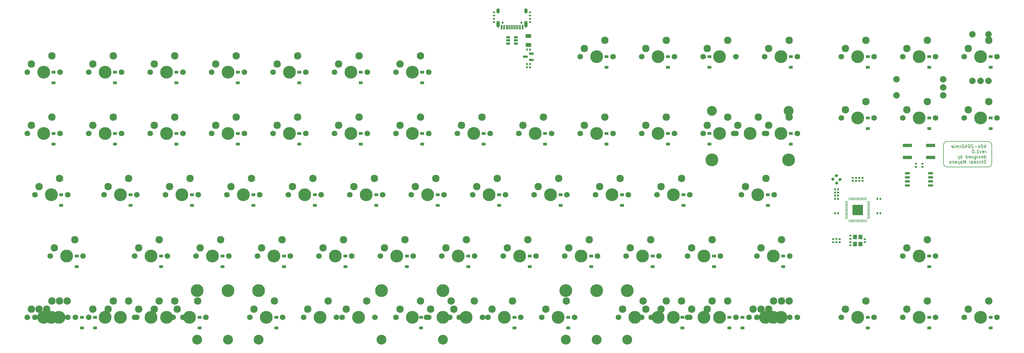
<source format=gbr>
%TF.GenerationSoftware,KiCad,Pcbnew,(6.0.9)*%
%TF.CreationDate,2022-11-27T16:26:36-08:00*%
%TF.ProjectId,40s-2040rmie,3430732d-3230-4343-9072-6d69652e6b69,rev?*%
%TF.SameCoordinates,Original*%
%TF.FileFunction,Soldermask,Bot*%
%TF.FilePolarity,Negative*%
%FSLAX46Y46*%
G04 Gerber Fmt 4.6, Leading zero omitted, Abs format (unit mm)*
G04 Created by KiCad (PCBNEW (6.0.9)) date 2022-11-27 16:26:36*
%MOMM*%
%LPD*%
G01*
G04 APERTURE LIST*
G04 Aperture macros list*
%AMRoundRect*
0 Rectangle with rounded corners*
0 $1 Rounding radius*
0 $2 $3 $4 $5 $6 $7 $8 $9 X,Y pos of 4 corners*
0 Add a 4 corners polygon primitive as box body*
4,1,4,$2,$3,$4,$5,$6,$7,$8,$9,$2,$3,0*
0 Add four circle primitives for the rounded corners*
1,1,$1+$1,$2,$3*
1,1,$1+$1,$4,$5*
1,1,$1+$1,$6,$7*
1,1,$1+$1,$8,$9*
0 Add four rect primitives between the rounded corners*
20,1,$1+$1,$2,$3,$4,$5,0*
20,1,$1+$1,$4,$5,$6,$7,0*
20,1,$1+$1,$6,$7,$8,$9,0*
20,1,$1+$1,$8,$9,$2,$3,0*%
G04 Aperture macros list end*
%ADD10C,0.200000*%
%ADD11C,3.987800*%
%ADD12C,1.750000*%
%ADD13C,2.300000*%
%ADD14C,3.048000*%
%ADD15C,2.000000*%
%ADD16RoundRect,0.140000X-0.140000X-0.170000X0.140000X-0.170000X0.140000X0.170000X-0.140000X0.170000X0*%
%ADD17R,1.200000X0.900000*%
%ADD18RoundRect,0.135000X0.185000X-0.135000X0.185000X0.135000X-0.185000X0.135000X-0.185000X-0.135000X0*%
%ADD19RoundRect,0.140000X0.140000X0.170000X-0.140000X0.170000X-0.140000X-0.170000X0.140000X-0.170000X0*%
%ADD20RoundRect,0.200000X-0.335876X-0.053033X-0.053033X-0.335876X0.335876X0.053033X0.053033X0.335876X0*%
%ADD21RoundRect,0.135000X-0.185000X0.135000X-0.185000X-0.135000X0.185000X-0.135000X0.185000X0.135000X0*%
%ADD22R,1.200000X1.400000*%
%ADD23RoundRect,0.140000X0.170000X-0.140000X0.170000X0.140000X-0.170000X0.140000X-0.170000X-0.140000X0*%
%ADD24RoundRect,0.140000X-0.170000X0.140000X-0.170000X-0.140000X0.170000X-0.140000X0.170000X0.140000X0*%
%ADD25RoundRect,0.150000X0.587500X0.150000X-0.587500X0.150000X-0.587500X-0.150000X0.587500X-0.150000X0*%
%ADD26RoundRect,0.250000X0.625000X-0.375000X0.625000X0.375000X-0.625000X0.375000X-0.625000X-0.375000X0*%
%ADD27RoundRect,0.150000X0.650000X0.150000X-0.650000X0.150000X-0.650000X-0.150000X0.650000X-0.150000X0*%
%ADD28C,0.650000*%
%ADD29R,0.600000X1.450000*%
%ADD30R,0.300000X1.450000*%
%ADD31O,1.000000X1.600000*%
%ADD32O,1.000000X2.100000*%
%ADD33RoundRect,0.050000X0.387500X0.050000X-0.387500X0.050000X-0.387500X-0.050000X0.387500X-0.050000X0*%
%ADD34RoundRect,0.050000X0.050000X0.387500X-0.050000X0.387500X-0.050000X-0.387500X0.050000X-0.387500X0*%
%ADD35RoundRect,0.144000X1.456000X1.456000X-1.456000X1.456000X-1.456000X-1.456000X1.456000X-1.456000X0*%
%ADD36RoundRect,0.275000X-1.125000X-0.275000X1.125000X-0.275000X1.125000X0.275000X-1.125000X0.275000X0*%
%ADD37RoundRect,0.150000X-0.475000X-0.150000X0.475000X-0.150000X0.475000X0.150000X-0.475000X0.150000X0*%
G04 APERTURE END LIST*
D10*
X330245950Y-71519750D02*
G75*
G03*
X328995950Y-72769750I50J-1250050D01*
G01*
X328995950Y-78269750D02*
X328995950Y-72769750D01*
X342745950Y-79519750D02*
G75*
G03*
X343995950Y-78269750I-50J1250050D01*
G01*
X343995950Y-72769750D02*
G75*
G03*
X342745950Y-71519750I-1250050J-50D01*
G01*
X328995950Y-78269750D02*
G75*
G03*
X330245950Y-79519750I1250050J50D01*
G01*
X342745950Y-79519750D02*
X330245950Y-79519750D01*
X343995950Y-72769750D02*
X343995950Y-78269750D01*
X330245950Y-71519750D02*
X342745950Y-71519750D01*
X341667772Y-72890464D02*
X341751105Y-73557130D01*
X341858248Y-72509511D02*
X342185629Y-73223797D01*
X341566582Y-73223797D01*
X340911820Y-72557130D02*
X340816582Y-72557130D01*
X340727296Y-72604750D01*
X340685629Y-72652369D01*
X340649915Y-72747607D01*
X340626105Y-72938083D01*
X340655867Y-73176178D01*
X340727296Y-73366654D01*
X340786820Y-73461892D01*
X340840391Y-73509511D01*
X340941582Y-73557130D01*
X341036820Y-73557130D01*
X341126105Y-73509511D01*
X341167772Y-73461892D01*
X341203486Y-73366654D01*
X341227296Y-73176178D01*
X341197534Y-72938083D01*
X341126105Y-72747607D01*
X341066582Y-72652369D01*
X341013010Y-72604750D01*
X340911820Y-72557130D01*
X340316582Y-73509511D02*
X340227296Y-73557130D01*
X340036820Y-73557130D01*
X339935629Y-73509511D01*
X339876105Y-73414273D01*
X339870153Y-73366654D01*
X339905867Y-73271416D01*
X339995153Y-73223797D01*
X340138010Y-73223797D01*
X340227296Y-73176178D01*
X340263010Y-73080940D01*
X340257058Y-73033321D01*
X340197534Y-72938083D01*
X340096344Y-72890464D01*
X339953486Y-72890464D01*
X339864201Y-72938083D01*
X339417772Y-73176178D02*
X338655867Y-73176178D01*
X338161820Y-72652369D02*
X338108248Y-72604750D01*
X338007058Y-72557130D01*
X337768963Y-72557130D01*
X337679677Y-72604750D01*
X337638010Y-72652369D01*
X337602296Y-72747607D01*
X337614201Y-72842845D01*
X337679677Y-72985702D01*
X338322534Y-73557130D01*
X337703486Y-73557130D01*
X336959439Y-72557130D02*
X336864201Y-72557130D01*
X336774915Y-72604750D01*
X336733248Y-72652369D01*
X336697534Y-72747607D01*
X336673725Y-72938083D01*
X336703486Y-73176178D01*
X336774915Y-73366654D01*
X336834439Y-73461892D01*
X336888010Y-73509511D01*
X336989201Y-73557130D01*
X337084439Y-73557130D01*
X337173725Y-73509511D01*
X337215391Y-73461892D01*
X337251105Y-73366654D01*
X337274915Y-73176178D01*
X337245153Y-72938083D01*
X337173725Y-72747607D01*
X337114201Y-72652369D01*
X337060629Y-72604750D01*
X336959439Y-72557130D01*
X335810629Y-72890464D02*
X335893963Y-73557130D01*
X336001105Y-72509511D02*
X336328486Y-73223797D01*
X335709439Y-73223797D01*
X335054677Y-72557130D02*
X334959439Y-72557130D01*
X334870153Y-72604750D01*
X334828486Y-72652369D01*
X334792772Y-72747607D01*
X334768963Y-72938083D01*
X334798725Y-73176178D01*
X334870153Y-73366654D01*
X334929677Y-73461892D01*
X334983248Y-73509511D01*
X335084439Y-73557130D01*
X335179677Y-73557130D01*
X335268963Y-73509511D01*
X335310629Y-73461892D01*
X335346344Y-73366654D01*
X335370153Y-73176178D01*
X335340391Y-72938083D01*
X335268963Y-72747607D01*
X335209439Y-72652369D01*
X335155867Y-72604750D01*
X335054677Y-72557130D01*
X334417772Y-73557130D02*
X334334439Y-72890464D01*
X334358248Y-73080940D02*
X334298725Y-72985702D01*
X334245153Y-72938083D01*
X334143963Y-72890464D01*
X334048725Y-72890464D01*
X333798725Y-73557130D02*
X333715391Y-72890464D01*
X333727296Y-72985702D02*
X333673725Y-72938083D01*
X333572534Y-72890464D01*
X333429677Y-72890464D01*
X333340391Y-72938083D01*
X333304677Y-73033321D01*
X333370153Y-73557130D01*
X333304677Y-73033321D02*
X333245153Y-72938083D01*
X333143963Y-72890464D01*
X333001105Y-72890464D01*
X332911820Y-72938083D01*
X332876105Y-73033321D01*
X332941582Y-73557130D01*
X332465391Y-73557130D02*
X332382058Y-72890464D01*
X332340391Y-72557130D02*
X332393963Y-72604750D01*
X332352296Y-72652369D01*
X332298725Y-72604750D01*
X332340391Y-72557130D01*
X332352296Y-72652369D01*
X331602296Y-73509511D02*
X331703486Y-73557130D01*
X331893963Y-73557130D01*
X331983248Y-73509511D01*
X332018963Y-73414273D01*
X331971344Y-73033321D01*
X331911820Y-72938083D01*
X331810629Y-72890464D01*
X331620153Y-72890464D01*
X331530867Y-72938083D01*
X331495153Y-73033321D01*
X331507058Y-73128559D01*
X331995153Y-73223797D01*
X342179677Y-75167130D02*
X342096344Y-74500464D01*
X342120153Y-74690940D02*
X342060629Y-74595702D01*
X342007058Y-74548083D01*
X341905867Y-74500464D01*
X341810629Y-74500464D01*
X341173725Y-75119511D02*
X341274915Y-75167130D01*
X341465391Y-75167130D01*
X341554677Y-75119511D01*
X341590391Y-75024273D01*
X341542772Y-74643321D01*
X341483248Y-74548083D01*
X341382058Y-74500464D01*
X341191582Y-74500464D01*
X341102296Y-74548083D01*
X341066582Y-74643321D01*
X341078486Y-74738559D01*
X341566582Y-74833797D01*
X340715391Y-74500464D02*
X340560629Y-75167130D01*
X340239201Y-74500464D01*
X339417772Y-75167130D02*
X339989201Y-75167130D01*
X339703486Y-75167130D02*
X339578486Y-74167130D01*
X339691582Y-74309988D01*
X339798725Y-74405226D01*
X339899915Y-74452845D01*
X338977296Y-75071892D02*
X338935629Y-75119511D01*
X338989201Y-75167130D01*
X339030867Y-75119511D01*
X338977296Y-75071892D01*
X338989201Y-75167130D01*
X338197534Y-74167130D02*
X338102296Y-74167130D01*
X338013010Y-74214750D01*
X337971344Y-74262369D01*
X337935629Y-74357607D01*
X337911820Y-74548083D01*
X337941582Y-74786178D01*
X338013010Y-74976654D01*
X338072534Y-75071892D01*
X338126105Y-75119511D01*
X338227296Y-75167130D01*
X338322534Y-75167130D01*
X338411820Y-75119511D01*
X338453486Y-75071892D01*
X338489201Y-74976654D01*
X338513010Y-74786178D01*
X338483248Y-74548083D01*
X338411820Y-74357607D01*
X338352296Y-74262369D01*
X338298725Y-74214750D01*
X338197534Y-74167130D01*
X341751105Y-76777130D02*
X341626105Y-75777130D01*
X341745153Y-76729511D02*
X341846344Y-76777130D01*
X342036820Y-76777130D01*
X342126105Y-76729511D01*
X342167772Y-76681892D01*
X342203486Y-76586654D01*
X342167772Y-76300940D01*
X342108248Y-76205702D01*
X342054677Y-76158083D01*
X341953486Y-76110464D01*
X341763010Y-76110464D01*
X341673725Y-76158083D01*
X340888010Y-76729511D02*
X340989201Y-76777130D01*
X341179677Y-76777130D01*
X341268963Y-76729511D01*
X341304677Y-76634273D01*
X341257058Y-76253321D01*
X341197534Y-76158083D01*
X341096344Y-76110464D01*
X340905867Y-76110464D01*
X340816582Y-76158083D01*
X340780867Y-76253321D01*
X340792772Y-76348559D01*
X341280867Y-76443797D01*
X340459439Y-76729511D02*
X340370153Y-76777130D01*
X340179677Y-76777130D01*
X340078486Y-76729511D01*
X340018963Y-76634273D01*
X340013010Y-76586654D01*
X340048725Y-76491416D01*
X340138010Y-76443797D01*
X340280867Y-76443797D01*
X340370153Y-76396178D01*
X340405867Y-76300940D01*
X340399915Y-76253321D01*
X340340391Y-76158083D01*
X340239201Y-76110464D01*
X340096344Y-76110464D01*
X340007058Y-76158083D01*
X339608248Y-76777130D02*
X339524915Y-76110464D01*
X339483248Y-75777130D02*
X339536820Y-75824750D01*
X339495153Y-75872369D01*
X339441582Y-75824750D01*
X339483248Y-75777130D01*
X339495153Y-75872369D01*
X338620153Y-76110464D02*
X338721344Y-76919988D01*
X338780867Y-77015226D01*
X338834439Y-77062845D01*
X338935629Y-77110464D01*
X339078486Y-77110464D01*
X339167772Y-77062845D01*
X338697534Y-76729511D02*
X338798725Y-76777130D01*
X338989201Y-76777130D01*
X339078486Y-76729511D01*
X339120153Y-76681892D01*
X339155867Y-76586654D01*
X339120153Y-76300940D01*
X339060629Y-76205702D01*
X339007058Y-76158083D01*
X338905867Y-76110464D01*
X338715391Y-76110464D01*
X338626105Y-76158083D01*
X338143963Y-76110464D02*
X338227296Y-76777130D01*
X338155867Y-76205702D02*
X338102296Y-76158083D01*
X338001105Y-76110464D01*
X337858248Y-76110464D01*
X337768963Y-76158083D01*
X337733248Y-76253321D01*
X337798725Y-76777130D01*
X336935629Y-76729511D02*
X337036820Y-76777130D01*
X337227296Y-76777130D01*
X337316582Y-76729511D01*
X337352296Y-76634273D01*
X337304677Y-76253321D01*
X337245153Y-76158083D01*
X337143963Y-76110464D01*
X336953486Y-76110464D01*
X336864201Y-76158083D01*
X336828486Y-76253321D01*
X336840391Y-76348559D01*
X337328486Y-76443797D01*
X336036820Y-76777130D02*
X335911820Y-75777130D01*
X336030867Y-76729511D02*
X336132058Y-76777130D01*
X336322534Y-76777130D01*
X336411820Y-76729511D01*
X336453486Y-76681892D01*
X336489201Y-76586654D01*
X336453486Y-76300940D01*
X336393963Y-76205702D01*
X336340391Y-76158083D01*
X336239201Y-76110464D01*
X336048725Y-76110464D01*
X335959439Y-76158083D01*
X334798725Y-76777130D02*
X334673725Y-75777130D01*
X334721344Y-76158083D02*
X334620153Y-76110464D01*
X334429677Y-76110464D01*
X334340391Y-76158083D01*
X334298725Y-76205702D01*
X334263010Y-76300940D01*
X334298725Y-76586654D01*
X334358248Y-76681892D01*
X334411820Y-76729511D01*
X334513010Y-76777130D01*
X334703486Y-76777130D01*
X334792772Y-76729511D01*
X333905867Y-76110464D02*
X333751105Y-76777130D01*
X333429677Y-76110464D02*
X333751105Y-76777130D01*
X333876105Y-77015226D01*
X333929677Y-77062845D01*
X334030867Y-77110464D01*
X342221344Y-78339511D02*
X342084439Y-78387130D01*
X341846344Y-78387130D01*
X341745153Y-78339511D01*
X341691582Y-78291892D01*
X341632058Y-78196654D01*
X341620153Y-78101416D01*
X341655867Y-78006178D01*
X341697534Y-77958559D01*
X341786820Y-77910940D01*
X341971344Y-77863321D01*
X342060629Y-77815702D01*
X342102296Y-77768083D01*
X342138010Y-77672845D01*
X342126105Y-77577607D01*
X342066582Y-77482369D01*
X342013010Y-77434750D01*
X341911820Y-77387130D01*
X341673725Y-77387130D01*
X341536820Y-77434750D01*
X341227296Y-78387130D02*
X341102296Y-77387130D01*
X340798725Y-78387130D02*
X340733248Y-77863321D01*
X340768963Y-77768083D01*
X340858248Y-77720464D01*
X341001105Y-77720464D01*
X341102296Y-77768083D01*
X341155867Y-77815702D01*
X340322534Y-78387130D02*
X340239201Y-77720464D01*
X340197534Y-77387130D02*
X340251105Y-77434750D01*
X340209439Y-77482369D01*
X340155867Y-77434750D01*
X340197534Y-77387130D01*
X340209439Y-77482369D01*
X339763010Y-77720464D02*
X339846344Y-78387130D01*
X339774915Y-77815702D02*
X339721344Y-77768083D01*
X339620153Y-77720464D01*
X339477296Y-77720464D01*
X339388010Y-77768083D01*
X339352296Y-77863321D01*
X339417772Y-78387130D01*
X338941582Y-78387130D02*
X338816582Y-77387130D01*
X338798725Y-78006178D02*
X338560629Y-78387130D01*
X338477296Y-77720464D02*
X338905867Y-78101416D01*
X337703486Y-78387130D02*
X337638010Y-77863321D01*
X337673725Y-77768083D01*
X337763010Y-77720464D01*
X337953486Y-77720464D01*
X338054677Y-77768083D01*
X337697534Y-78339511D02*
X337798725Y-78387130D01*
X338036820Y-78387130D01*
X338126105Y-78339511D01*
X338161820Y-78244273D01*
X338149915Y-78149035D01*
X338090391Y-78053797D01*
X337989201Y-78006178D01*
X337751105Y-78006178D01*
X337649915Y-77958559D01*
X337227296Y-78387130D02*
X337143963Y-77720464D01*
X337102296Y-77387130D02*
X337155867Y-77434750D01*
X337114201Y-77482369D01*
X337060629Y-77434750D01*
X337102296Y-77387130D01*
X337114201Y-77482369D01*
X335989201Y-78387130D02*
X335864201Y-77387130D01*
X335620153Y-78101416D01*
X335197534Y-77387130D01*
X335322534Y-78387130D01*
X334417772Y-78387130D02*
X334352296Y-77863321D01*
X334388010Y-77768083D01*
X334477296Y-77720464D01*
X334667772Y-77720464D01*
X334768963Y-77768083D01*
X334411820Y-78339511D02*
X334513010Y-78387130D01*
X334751105Y-78387130D01*
X334840391Y-78339511D01*
X334876105Y-78244273D01*
X334864201Y-78149035D01*
X334804677Y-78053797D01*
X334703486Y-78006178D01*
X334465391Y-78006178D01*
X334364201Y-77958559D01*
X333953486Y-77720464D02*
X333798725Y-78387130D01*
X333477296Y-77720464D02*
X333798725Y-78387130D01*
X333923725Y-78625226D01*
X333977296Y-78672845D01*
X334078486Y-78720464D01*
X332751105Y-78387130D02*
X332685629Y-77863321D01*
X332721344Y-77768083D01*
X332810629Y-77720464D01*
X333001105Y-77720464D01*
X333102296Y-77768083D01*
X332745153Y-78339511D02*
X332846344Y-78387130D01*
X333084439Y-78387130D01*
X333173725Y-78339511D01*
X333209439Y-78244273D01*
X333197534Y-78149035D01*
X333138010Y-78053797D01*
X333036820Y-78006178D01*
X332798725Y-78006178D01*
X332697534Y-77958559D01*
X332191582Y-77720464D02*
X332274915Y-78387130D01*
X332203486Y-77815702D02*
X332149915Y-77768083D01*
X332048725Y-77720464D01*
X331905867Y-77720464D01*
X331816582Y-77768083D01*
X331780867Y-77863321D01*
X331846344Y-78387130D01*
X331227296Y-78387130D02*
X331316582Y-78339511D01*
X331358248Y-78291892D01*
X331393963Y-78196654D01*
X331358248Y-77910940D01*
X331298725Y-77815702D01*
X331245153Y-77768083D01*
X331143963Y-77720464D01*
X331001105Y-77720464D01*
X330911820Y-77768083D01*
X330870153Y-77815702D01*
X330834439Y-77910940D01*
X330870153Y-78196654D01*
X330929677Y-78291892D01*
X330983248Y-78339511D01*
X331084439Y-78387130D01*
X331227296Y-78387130D01*
D11*
%TO.C,MX4-9_1*%
X245262500Y-126200000D03*
D12*
X250342500Y-126200000D03*
X240182500Y-126200000D03*
D13*
X241452500Y-123660000D03*
X247802500Y-121120000D03*
%TD*%
D11*
%TO.C,MX4-7_2*%
X173825000Y-126200000D03*
D12*
X168745000Y-126200000D03*
X178905000Y-126200000D03*
D13*
X170015000Y-123660000D03*
X176365000Y-121120000D03*
%TD*%
D12*
%TO.C,MX3-2*%
X97307500Y-107150000D03*
D11*
X102387500Y-107150000D03*
D12*
X107467500Y-107150000D03*
D13*
X98577500Y-104610000D03*
X104927500Y-102070000D03*
%TD*%
D12*
%TO.C,MX3-14*%
X326542500Y-107150000D03*
X316382500Y-107150000D03*
D11*
X321462500Y-107150000D03*
D13*
X317652500Y-104610000D03*
X324002500Y-102070000D03*
%TD*%
D11*
%TO.C,ST-2_0*%
X211925000Y-117945000D03*
D14*
X211925000Y-133185000D03*
X116675000Y-133185000D03*
D11*
X116675000Y-117945000D03*
%TD*%
D12*
%TO.C,MX0-9*%
X226530000Y-45237500D03*
D11*
X221450000Y-45237500D03*
D12*
X216370000Y-45237500D03*
D13*
X217640000Y-42697500D03*
X223990000Y-40157500D03*
%TD*%
D11*
%TO.C,MX4-0_1*%
X54762500Y-126200000D03*
D12*
X59842500Y-126200000D03*
X49682500Y-126200000D03*
D13*
X50952500Y-123660000D03*
X57302500Y-121120000D03*
%TD*%
D11*
%TO.C,MX4-0_2*%
X52381250Y-126200000D03*
D12*
X57461250Y-126200000D03*
X47301250Y-126200000D03*
D13*
X48571250Y-123660000D03*
X54921250Y-121120000D03*
%TD*%
D12*
%TO.C,MX2-10*%
X250342500Y-88100000D03*
D11*
X245262500Y-88100000D03*
D12*
X240182500Y-88100000D03*
D13*
X241452500Y-85560000D03*
X247802500Y-83020000D03*
%TD*%
D12*
%TO.C,MX4-7_4*%
X186048750Y-126200000D03*
D11*
X180968750Y-126200000D03*
D12*
X175888750Y-126200000D03*
D13*
X177158750Y-123660000D03*
X183508750Y-121120000D03*
%TD*%
D12*
%TO.C,MX1-7*%
X188430000Y-69050000D03*
X178270000Y-69050000D03*
D11*
X183350000Y-69050000D03*
D13*
X179540000Y-66510000D03*
X185890000Y-63970000D03*
%TD*%
D12*
%TO.C,MX0-15*%
X345592500Y-45237500D03*
D11*
X340512500Y-45237500D03*
D12*
X335432500Y-45237500D03*
D13*
X336702500Y-42697500D03*
X343052500Y-40157500D03*
%TD*%
D12*
%TO.C,MX4-4_4*%
X152711250Y-126200000D03*
D11*
X147631250Y-126200000D03*
D12*
X142551250Y-126200000D03*
D13*
X143821250Y-123660000D03*
X150171250Y-121120000D03*
%TD*%
D11*
%TO.C,MX0-2*%
X88100000Y-50000000D03*
D12*
X83020000Y-50000000D03*
X93180000Y-50000000D03*
D13*
X84290000Y-47460000D03*
X90640000Y-44920000D03*
%TD*%
D12*
%TO.C,MX1-B12*%
X263995000Y-69050000D03*
X274155000Y-69050000D03*
D11*
X269075000Y-69050000D03*
D13*
X265265000Y-66510000D03*
X271615000Y-63970000D03*
%TD*%
D12*
%TO.C,MX0-14*%
X316382500Y-45237500D03*
D11*
X321462500Y-45237500D03*
D12*
X326542500Y-45237500D03*
D13*
X317652500Y-42697500D03*
X324002500Y-40157500D03*
%TD*%
D11*
%TO.C,MX0-3*%
X107150000Y-50000000D03*
D12*
X112230000Y-50000000D03*
X102070000Y-50000000D03*
D13*
X103340000Y-47460000D03*
X109690000Y-44920000D03*
%TD*%
D11*
%TO.C,MX0-10*%
X240500000Y-45237500D03*
D12*
X245580000Y-45237500D03*
X235420000Y-45237500D03*
D13*
X236690000Y-42697500D03*
X243040000Y-40157500D03*
%TD*%
D12*
%TO.C,MX4-10_0*%
X254470000Y-126200000D03*
X264630000Y-126200000D03*
D11*
X259550000Y-126200000D03*
D13*
X255740000Y-123660000D03*
X262090000Y-121120000D03*
%TD*%
D12*
%TO.C,MX1-15*%
X335432500Y-64287500D03*
D11*
X340512500Y-64287500D03*
D12*
X345592500Y-64287500D03*
D13*
X336702500Y-61747500D03*
X343052500Y-59207500D03*
%TD*%
D12*
%TO.C,MX3-3*%
X116357500Y-107150000D03*
X126517500Y-107150000D03*
D11*
X121437500Y-107150000D03*
D13*
X117627500Y-104610000D03*
X123977500Y-102070000D03*
%TD*%
D14*
%TO.C,ST-3_0*%
X154775000Y-133185000D03*
D11*
X116675000Y-117945000D03*
X154775000Y-117945000D03*
D14*
X116675000Y-133185000D03*
%TD*%
D11*
%TO.C,MX1-8*%
X202400000Y-69050000D03*
D12*
X207480000Y-69050000D03*
X197320000Y-69050000D03*
D13*
X198590000Y-66510000D03*
X204940000Y-63970000D03*
%TD*%
D11*
%TO.C,ST-A_0*%
X280981250Y-77305000D03*
X257168750Y-77305000D03*
D14*
X280981250Y-62065000D03*
X257168750Y-62065000D03*
%TD*%
D12*
%TO.C,MX1-14*%
X316382500Y-64287500D03*
X326542500Y-64287500D03*
D11*
X321462500Y-64287500D03*
D13*
X317652500Y-61747500D03*
X324002500Y-59207500D03*
%TD*%
D12*
%TO.C,MX1-6*%
X159220000Y-69050000D03*
D11*
X164300000Y-69050000D03*
D12*
X169380000Y-69050000D03*
D13*
X160490000Y-66510000D03*
X166840000Y-63970000D03*
%TD*%
D11*
%TO.C,MX4-1_2*%
X73812500Y-126200000D03*
D12*
X68732500Y-126200000D03*
X78892500Y-126200000D03*
D13*
X70002500Y-123660000D03*
X76352500Y-121120000D03*
%TD*%
D11*
%TO.C,ST-3_1*%
X211925000Y-117945000D03*
X173825000Y-117945000D03*
D14*
X173825000Y-133185000D03*
X211925000Y-133185000D03*
%TD*%
D12*
%TO.C,MX4-4_0*%
X169380000Y-126200000D03*
D11*
X164300000Y-126200000D03*
D12*
X159220000Y-126200000D03*
D13*
X160490000Y-123660000D03*
X166840000Y-121120000D03*
%TD*%
D12*
%TO.C,MX2-11*%
X266376250Y-88100000D03*
D11*
X271456250Y-88100000D03*
D12*
X276536250Y-88100000D03*
D13*
X267646250Y-85560000D03*
X273996250Y-83020000D03*
%TD*%
D12*
%TO.C,MX3-10*%
X249707500Y-107150000D03*
D11*
X254787500Y-107150000D03*
D12*
X259867500Y-107150000D03*
D13*
X250977500Y-104610000D03*
X257327500Y-102070000D03*
%TD*%
D11*
%TO.C,MX2-1*%
X73812500Y-88100000D03*
D12*
X78892500Y-88100000D03*
X68732500Y-88100000D03*
D13*
X70002500Y-85560000D03*
X76352500Y-83020000D03*
%TD*%
D11*
%TO.C,MX1-4*%
X126200000Y-69050000D03*
D12*
X131280000Y-69050000D03*
X121120000Y-69050000D03*
D13*
X122390000Y-66510000D03*
X128740000Y-63970000D03*
%TD*%
D14*
%TO.C,ST-0_0*%
X221450000Y-133185000D03*
X107150000Y-133185000D03*
D11*
X221450000Y-117945000D03*
X107150000Y-117945000D03*
%TD*%
D12*
%TO.C,MX4-3_4*%
X113976250Y-126200000D03*
D11*
X119056250Y-126200000D03*
D12*
X124136250Y-126200000D03*
D13*
X115246250Y-123660000D03*
X121596250Y-121120000D03*
%TD*%
D12*
%TO.C,MX3-9*%
X240817500Y-107150000D03*
X230657500Y-107150000D03*
D11*
X235737500Y-107150000D03*
D13*
X231927500Y-104610000D03*
X238277500Y-102070000D03*
%TD*%
D11*
%TO.C,MX4-2_2*%
X95243750Y-126200000D03*
D12*
X100323750Y-126200000D03*
X90163750Y-126200000D03*
D13*
X91433750Y-123660000D03*
X97783750Y-121120000D03*
%TD*%
D12*
%TO.C,MX1-13*%
X307492500Y-64287500D03*
D11*
X302412500Y-64287500D03*
D12*
X297332500Y-64287500D03*
D13*
X298602500Y-61747500D03*
X304952500Y-59207500D03*
%TD*%
D12*
%TO.C,MX3-11*%
X281298750Y-107150000D03*
D11*
X276218750Y-107150000D03*
D12*
X271138750Y-107150000D03*
D13*
X272408750Y-104610000D03*
X278758750Y-102070000D03*
%TD*%
D11*
%TO.C,MX2-8*%
X207162500Y-88100000D03*
D12*
X202082500Y-88100000D03*
X212242500Y-88100000D03*
D13*
X203352500Y-85560000D03*
X209702500Y-83020000D03*
%TD*%
D12*
%TO.C,MX2-5*%
X144932500Y-88100000D03*
X155092500Y-88100000D03*
D11*
X150012500Y-88100000D03*
D13*
X146202500Y-85560000D03*
X152552500Y-83020000D03*
%TD*%
D12*
%TO.C,MX2-3*%
X106832500Y-88100000D03*
X116992500Y-88100000D03*
D11*
X111912500Y-88100000D03*
D13*
X108102500Y-85560000D03*
X114452500Y-83020000D03*
%TD*%
D12*
%TO.C,MX3-8*%
X221767500Y-107150000D03*
D11*
X216687500Y-107150000D03*
D12*
X211607500Y-107150000D03*
D13*
X212877500Y-104610000D03*
X219227500Y-102070000D03*
%TD*%
D12*
%TO.C,MX1-11*%
X264630000Y-69050000D03*
D11*
X259550000Y-69050000D03*
D12*
X254470000Y-69050000D03*
D13*
X255740000Y-66510000D03*
X262090000Y-63970000D03*
%TD*%
D12*
%TO.C,MX4-14*%
X326542500Y-126200000D03*
D11*
X321462500Y-126200000D03*
D12*
X316382500Y-126200000D03*
D13*
X317652500Y-123660000D03*
X324002500Y-121120000D03*
%TD*%
D12*
%TO.C,MX1-1*%
X63970000Y-69050000D03*
D11*
X69050000Y-69050000D03*
D12*
X74130000Y-69050000D03*
D13*
X65240000Y-66510000D03*
X71590000Y-63970000D03*
%TD*%
D12*
%TO.C,MX3-4*%
X145567500Y-107150000D03*
D11*
X140487500Y-107150000D03*
D12*
X135407500Y-107150000D03*
D13*
X136677500Y-104610000D03*
X143027500Y-102070000D03*
%TD*%
D12*
%TO.C,MX3-5*%
X164617500Y-107150000D03*
D11*
X159537500Y-107150000D03*
D12*
X154457500Y-107150000D03*
D13*
X155727500Y-104610000D03*
X162077500Y-102070000D03*
%TD*%
D11*
%TO.C,MX0-13*%
X302412500Y-45237500D03*
D12*
X307492500Y-45237500D03*
X297332500Y-45237500D03*
D13*
X298602500Y-42697500D03*
X304952500Y-40157500D03*
%TD*%
D11*
%TO.C,MX4-9_2*%
X233356250Y-126200000D03*
D12*
X228276250Y-126200000D03*
X238436250Y-126200000D03*
D13*
X229546250Y-123660000D03*
X235896250Y-121120000D03*
%TD*%
D12*
%TO.C,MX4-4_3*%
X130645000Y-126200000D03*
D11*
X135725000Y-126200000D03*
D12*
X140805000Y-126200000D03*
D13*
X131915000Y-123660000D03*
X138265000Y-121120000D03*
%TD*%
D12*
%TO.C,MX1-A12*%
X283680000Y-69050000D03*
X273520000Y-69050000D03*
D11*
X278600000Y-69050000D03*
D13*
X274790000Y-66510000D03*
X281140000Y-63970000D03*
%TD*%
D11*
%TO.C,ST-1_0*%
X97625000Y-117945000D03*
D14*
X230975000Y-133185000D03*
X97625000Y-133185000D03*
D11*
X230975000Y-117945000D03*
%TD*%
D12*
%TO.C,MX1-2*%
X83020000Y-69050000D03*
D11*
X88100000Y-69050000D03*
D12*
X93180000Y-69050000D03*
D13*
X84290000Y-66510000D03*
X90640000Y-63970000D03*
%TD*%
D11*
%TO.C,MX1-10*%
X240500000Y-69050000D03*
D12*
X235420000Y-69050000D03*
X245580000Y-69050000D03*
D13*
X236690000Y-66510000D03*
X243040000Y-63970000D03*
%TD*%
D11*
%TO.C,MX4-2_0*%
X88100000Y-126200000D03*
D12*
X83020000Y-126200000D03*
X93180000Y-126200000D03*
D13*
X84290000Y-123660000D03*
X90640000Y-121120000D03*
%TD*%
D12*
%TO.C,MX1-3*%
X102070000Y-69050000D03*
D11*
X107150000Y-69050000D03*
D12*
X112230000Y-69050000D03*
D13*
X103340000Y-66510000D03*
X109690000Y-63970000D03*
%TD*%
D12*
%TO.C,MX4-13*%
X297332500Y-126200000D03*
D11*
X302412500Y-126200000D03*
D12*
X307492500Y-126200000D03*
D13*
X298602500Y-123660000D03*
X304952500Y-121120000D03*
%TD*%
D12*
%TO.C,MX1-5*%
X140170000Y-69050000D03*
D11*
X145250000Y-69050000D03*
D12*
X150330000Y-69050000D03*
D13*
X141440000Y-66510000D03*
X147790000Y-63970000D03*
%TD*%
D12*
%TO.C,MX2-6*%
X163982500Y-88100000D03*
D11*
X169062500Y-88100000D03*
D12*
X174142500Y-88100000D03*
D13*
X165252500Y-85560000D03*
X171602500Y-83020000D03*
%TD*%
D12*
%TO.C,MX4-11_2*%
X271138750Y-126200000D03*
X281298750Y-126200000D03*
D11*
X276218750Y-126200000D03*
D13*
X272408750Y-123660000D03*
X278758750Y-121120000D03*
%TD*%
D15*
%TO.C,RE2*%
X328962500Y-57262500D03*
X328962500Y-52262500D03*
X328962500Y-54762500D03*
X314462500Y-52262500D03*
X314462500Y-57262500D03*
%TD*%
D12*
%TO.C,MX4-8_4*%
X214623750Y-126200000D03*
D11*
X209543750Y-126200000D03*
D12*
X204463750Y-126200000D03*
D13*
X205733750Y-123660000D03*
X212083750Y-121120000D03*
%TD*%
D12*
%TO.C,MX2-7*%
X193192500Y-88100000D03*
D11*
X188112500Y-88100000D03*
D12*
X183032500Y-88100000D03*
D13*
X184302500Y-85560000D03*
X190652500Y-83020000D03*
%TD*%
D12*
%TO.C,MX2-9*%
X231292500Y-88100000D03*
D11*
X226212500Y-88100000D03*
D12*
X221132500Y-88100000D03*
D13*
X222402500Y-85560000D03*
X228752500Y-83020000D03*
%TD*%
D11*
%TO.C,MX4-11_0*%
X278600000Y-126200000D03*
D12*
X283680000Y-126200000D03*
X273520000Y-126200000D03*
D13*
X274790000Y-123660000D03*
X281140000Y-121120000D03*
%TD*%
D12*
%TO.C,MX4-1_0*%
X63970000Y-126200000D03*
X74130000Y-126200000D03*
D11*
X69050000Y-126200000D03*
D13*
X65240000Y-123660000D03*
X71590000Y-121120000D03*
%TD*%
D12*
%TO.C,MX4-10_2*%
X249707500Y-126200000D03*
D11*
X254787500Y-126200000D03*
D12*
X259867500Y-126200000D03*
D13*
X250977500Y-123660000D03*
X257327500Y-121120000D03*
%TD*%
D11*
%TO.C,MX0-5*%
X145250000Y-50000000D03*
D12*
X150330000Y-50000000D03*
X140170000Y-50000000D03*
D13*
X141440000Y-47460000D03*
X147790000Y-44920000D03*
%TD*%
D11*
%TO.C,MX4-2_1*%
X83337500Y-126200000D03*
D12*
X78257500Y-126200000D03*
X88417500Y-126200000D03*
D13*
X79527500Y-123660000D03*
X85877500Y-121120000D03*
%TD*%
D12*
%TO.C,MX4-11_1*%
X268757500Y-126200000D03*
D11*
X273837500Y-126200000D03*
D12*
X278917500Y-126200000D03*
D13*
X270027500Y-123660000D03*
X276377500Y-121120000D03*
%TD*%
D12*
%TO.C,MX0-1*%
X74130000Y-50000000D03*
D11*
X69050000Y-50000000D03*
D12*
X63970000Y-50000000D03*
D13*
X65240000Y-47460000D03*
X71590000Y-44920000D03*
%TD*%
D12*
%TO.C,MX3-1*%
X88417500Y-107150000D03*
X78257500Y-107150000D03*
D11*
X83337500Y-107150000D03*
D13*
X79527500Y-104610000D03*
X85877500Y-102070000D03*
%TD*%
D12*
%TO.C,MX3-7*%
X202717500Y-107150000D03*
D11*
X197637500Y-107150000D03*
D12*
X192557500Y-107150000D03*
D13*
X193827500Y-104610000D03*
X200177500Y-102070000D03*
%TD*%
D12*
%TO.C,MX0-6*%
X159220000Y-50000000D03*
X169380000Y-50000000D03*
D11*
X164300000Y-50000000D03*
D13*
X160490000Y-47460000D03*
X166840000Y-44920000D03*
%TD*%
D11*
%TO.C,MX4-9_0*%
X240500000Y-126200000D03*
D12*
X245580000Y-126200000D03*
X235420000Y-126200000D03*
D13*
X236690000Y-123660000D03*
X243040000Y-121120000D03*
%TD*%
D11*
%TO.C,MX4-0_0*%
X50000000Y-126200000D03*
D12*
X44920000Y-126200000D03*
X55080000Y-126200000D03*
D13*
X46190000Y-123660000D03*
X52540000Y-121120000D03*
%TD*%
D15*
%TO.C,RE1*%
X338012500Y-52737500D03*
X343012500Y-52737500D03*
X340512500Y-52737500D03*
X343012500Y-38237500D03*
X338012500Y-38237500D03*
%TD*%
D12*
%TO.C,MX2-2*%
X87782500Y-88100000D03*
D11*
X92862500Y-88100000D03*
D12*
X97942500Y-88100000D03*
D13*
X89052500Y-85560000D03*
X95402500Y-83020000D03*
%TD*%
D11*
%TO.C,MX0-12*%
X278600000Y-45237500D03*
D12*
X273520000Y-45237500D03*
X283680000Y-45237500D03*
D13*
X274790000Y-42697500D03*
X281140000Y-40157500D03*
%TD*%
D12*
%TO.C,MX1-9*%
X226530000Y-69050000D03*
D11*
X221450000Y-69050000D03*
D12*
X216370000Y-69050000D03*
D13*
X217640000Y-66510000D03*
X223990000Y-63970000D03*
%TD*%
D12*
%TO.C,MX2-4*%
X136042500Y-88100000D03*
X125882500Y-88100000D03*
D11*
X130962500Y-88100000D03*
D13*
X127152500Y-85560000D03*
X133502500Y-83020000D03*
%TD*%
D12*
%TO.C,MX4-15*%
X345592500Y-126200000D03*
D11*
X340512500Y-126200000D03*
D12*
X335432500Y-126200000D03*
D13*
X336702500Y-123660000D03*
X343052500Y-121120000D03*
%TD*%
D12*
%TO.C,MX1-0*%
X44920000Y-69050000D03*
D11*
X50000000Y-69050000D03*
D12*
X55080000Y-69050000D03*
D13*
X46190000Y-66510000D03*
X52540000Y-63970000D03*
%TD*%
D11*
%TO.C,MX2-0*%
X52381250Y-88100000D03*
D12*
X47301250Y-88100000D03*
X57461250Y-88100000D03*
D13*
X48571250Y-85560000D03*
X54921250Y-83020000D03*
%TD*%
D12*
%TO.C,MX3-0*%
X62223750Y-107150000D03*
D11*
X57143750Y-107150000D03*
D12*
X52063750Y-107150000D03*
D13*
X53333750Y-104610000D03*
X59683750Y-102070000D03*
%TD*%
D12*
%TO.C,MX3-6*%
X173507500Y-107150000D03*
X183667500Y-107150000D03*
D11*
X178587500Y-107150000D03*
D13*
X174777500Y-104610000D03*
X181127500Y-102070000D03*
%TD*%
D12*
%TO.C,MX4-7_3*%
X197955000Y-126200000D03*
X187795000Y-126200000D03*
D11*
X192875000Y-126200000D03*
D13*
X189065000Y-123660000D03*
X195415000Y-121120000D03*
%TD*%
D11*
%TO.C,MX0-0*%
X50000000Y-50000000D03*
D12*
X55080000Y-50000000D03*
X44920000Y-50000000D03*
D13*
X46190000Y-47460000D03*
X52540000Y-44920000D03*
%TD*%
D12*
%TO.C,MX0-11*%
X264630000Y-45237500D03*
X254470000Y-45237500D03*
D11*
X259550000Y-45237500D03*
D13*
X255740000Y-42697500D03*
X262090000Y-40157500D03*
%TD*%
D11*
%TO.C,MX0-4*%
X126200000Y-50000000D03*
D12*
X121120000Y-50000000D03*
X131280000Y-50000000D03*
D13*
X122390000Y-47460000D03*
X128740000Y-44920000D03*
%TD*%
D16*
%TO.C,C17*%
X308502500Y-89425000D03*
X309462500Y-89425000D03*
%TD*%
D17*
%TO.C,D57*%
X65950000Y-129500000D03*
X65950000Y-126200000D03*
%TD*%
%TO.C,D41*%
X248362500Y-91400000D03*
X248362500Y-88100000D03*
%TD*%
D18*
%TO.C,R4*%
X300162500Y-101859375D03*
X300162500Y-100839375D03*
%TD*%
D19*
%TO.C,C11*%
X296322500Y-87425000D03*
X295362500Y-87425000D03*
%TD*%
D17*
%TO.C,D46*%
X124537500Y-110450000D03*
X124537500Y-107150000D03*
%TD*%
%TO.C,D34*%
X115012500Y-91400000D03*
X115012500Y-88100000D03*
%TD*%
%TO.C,D3*%
X91200000Y-53300000D03*
X91200000Y-50000000D03*
%TD*%
D20*
%TO.C,R2*%
X295789466Y-82223808D03*
X296956192Y-83390534D03*
%TD*%
D16*
%TO.C,C19*%
X308502500Y-93862500D03*
X309462500Y-93862500D03*
%TD*%
D21*
%TO.C,R9*%
X295842500Y-101877500D03*
X295842500Y-102897500D03*
%TD*%
D22*
%TO.C,Y1*%
X301562500Y-103487500D03*
X301562500Y-101287500D03*
X303262500Y-101287500D03*
X303262500Y-103487500D03*
%TD*%
D19*
%TO.C,C7*%
X296322500Y-86425000D03*
X295362500Y-86425000D03*
%TD*%
D17*
%TO.C,D12*%
X305512500Y-48537500D03*
X305512500Y-45237500D03*
%TD*%
%TO.C,D5*%
X129300000Y-53300000D03*
X129300000Y-50000000D03*
%TD*%
%TO.C,D48*%
X162637500Y-110450000D03*
X162637500Y-107150000D03*
%TD*%
D23*
%TO.C,C2*%
X300162500Y-103829375D03*
X300162500Y-102869375D03*
%TD*%
D17*
%TO.C,D65*%
X266693750Y-129500000D03*
X266693750Y-126200000D03*
%TD*%
%TO.C,D26*%
X256450000Y-72350000D03*
X256450000Y-69050000D03*
%TD*%
%TO.C,D1*%
X53100000Y-53300000D03*
X53100000Y-50000000D03*
%TD*%
%TO.C,D39*%
X210262500Y-91400000D03*
X210262500Y-88100000D03*
%TD*%
%TO.C,D49*%
X181687500Y-110450000D03*
X181687500Y-107150000D03*
%TD*%
%TO.C,D10*%
X256450000Y-48537500D03*
X256450000Y-45237500D03*
%TD*%
D23*
%TO.C,C8*%
X302912500Y-83817500D03*
X302912500Y-82857500D03*
%TD*%
D17*
%TO.C,D43*%
X60243750Y-110450000D03*
X60243750Y-107150000D03*
%TD*%
%TO.C,D16*%
X72150000Y-72350000D03*
X72150000Y-69050000D03*
%TD*%
%TO.C,D61*%
X195975000Y-129500000D03*
X195975000Y-126200000D03*
%TD*%
D24*
%TO.C,C20*%
X296842500Y-101907500D03*
X296842500Y-102867500D03*
%TD*%
D17*
%TO.C,D54*%
X279318750Y-110450000D03*
X279318750Y-107150000D03*
%TD*%
%TO.C,D58*%
X98343750Y-129500000D03*
X98343750Y-126200000D03*
%TD*%
D25*
%TO.C,U4*%
X201276250Y-44287500D03*
X201276250Y-46187500D03*
X199401250Y-45237500D03*
%TD*%
D17*
%TO.C,D33*%
X95962500Y-91400000D03*
X95962500Y-88100000D03*
%TD*%
%TO.C,D7*%
X167400000Y-53300000D03*
X167400000Y-50000000D03*
%TD*%
D20*
%TO.C,R3*%
X294728807Y-83284467D03*
X295895533Y-84451193D03*
%TD*%
D17*
%TO.C,D11*%
X281700000Y-48537500D03*
X281700000Y-45237500D03*
%TD*%
D26*
%TO.C,F1*%
X200338750Y-41557500D03*
X200338750Y-38757500D03*
%TD*%
D17*
%TO.C,D47*%
X143587500Y-110450000D03*
X143587500Y-107150000D03*
%TD*%
%TO.C,D22*%
X186450000Y-72350000D03*
X186450000Y-69050000D03*
%TD*%
%TO.C,D30*%
X343612500Y-67587500D03*
X343612500Y-64287500D03*
%TD*%
%TO.C,D37*%
X172162500Y-91400000D03*
X172162500Y-88100000D03*
%TD*%
%TO.C,D42*%
X274556250Y-91400000D03*
X274556250Y-88100000D03*
%TD*%
D16*
%TO.C,C10*%
X199858750Y-48487500D03*
X200818750Y-48487500D03*
%TD*%
D17*
%TO.C,D9*%
X243600000Y-48537500D03*
X243600000Y-45237500D03*
%TD*%
D24*
%TO.C,C9*%
X294842500Y-101907500D03*
X294842500Y-102867500D03*
%TD*%
D17*
%TO.C,D24*%
X224550000Y-72350000D03*
X224550000Y-69050000D03*
%TD*%
D27*
%TO.C,U3*%
X325062500Y-81432500D03*
X325062500Y-82702500D03*
X325062500Y-83972500D03*
X325062500Y-85242500D03*
X317862500Y-85242500D03*
X317862500Y-83972500D03*
X317862500Y-82702500D03*
X317862500Y-81432500D03*
%TD*%
D17*
%TO.C,D4*%
X110250000Y-53300000D03*
X110250000Y-50000000D03*
%TD*%
D23*
%TO.C,C13*%
X301912500Y-83817500D03*
X301912500Y-82857500D03*
%TD*%
D24*
%TO.C,C4*%
X320462500Y-78506000D03*
X320462500Y-79466000D03*
%TD*%
D21*
%TO.C,R7*%
X200818750Y-31417500D03*
X200818750Y-32437500D03*
%TD*%
%TO.C,R8*%
X322462500Y-78476000D03*
X322462500Y-79496000D03*
%TD*%
D28*
%TO.C,USB1*%
X198138750Y-34612500D03*
X192358750Y-34612500D03*
D29*
X191998750Y-36057500D03*
X192798750Y-36057500D03*
D30*
X193998750Y-36057500D03*
X194998750Y-36057500D03*
X195498750Y-36057500D03*
X196498750Y-36057500D03*
D29*
X197698750Y-36057500D03*
X198498750Y-36057500D03*
X198498750Y-36057500D03*
X197698750Y-36057500D03*
D30*
X196998750Y-36057500D03*
X195998750Y-36057500D03*
X194498750Y-36057500D03*
X193498750Y-36057500D03*
D29*
X192798750Y-36057500D03*
X191998750Y-36057500D03*
D31*
X199568750Y-30962500D03*
D32*
X199568750Y-35142500D03*
X190928750Y-35142500D03*
D31*
X190928750Y-30962500D03*
%TD*%
D17*
%TO.C,D25*%
X243600000Y-72350000D03*
X243600000Y-69050000D03*
%TD*%
%TO.C,D18*%
X110250000Y-72350000D03*
X110250000Y-69050000D03*
%TD*%
%TO.C,D55*%
X324562500Y-110450000D03*
X324562500Y-107150000D03*
%TD*%
%TO.C,D40*%
X229312500Y-91400000D03*
X229312500Y-88100000D03*
%TD*%
D24*
%TO.C,C3*%
X189678750Y-31447500D03*
X189678750Y-32407500D03*
%TD*%
D23*
%TO.C,C14*%
X303912500Y-83817500D03*
X303912500Y-82857500D03*
%TD*%
D17*
%TO.C,D66*%
X305512500Y-129500000D03*
X305512500Y-126200000D03*
%TD*%
%TO.C,D52*%
X238837500Y-110450000D03*
X238837500Y-107150000D03*
%TD*%
%TO.C,D13*%
X324562500Y-48537500D03*
X324562500Y-45237500D03*
%TD*%
%TO.C,D8*%
X224550000Y-48537500D03*
X224550000Y-45237500D03*
%TD*%
%TO.C,D17*%
X91200000Y-72350000D03*
X91200000Y-69050000D03*
%TD*%
%TO.C,D50*%
X200737500Y-110450000D03*
X200737500Y-107150000D03*
%TD*%
%TO.C,D59*%
X122156250Y-129500000D03*
X122156250Y-126200000D03*
%TD*%
%TO.C,D68*%
X343612500Y-129500000D03*
X343612500Y-126200000D03*
%TD*%
%TO.C,D28*%
X305512500Y-67587500D03*
X305512500Y-64287500D03*
%TD*%
%TO.C,D31*%
X55481250Y-91400000D03*
X55481250Y-88100000D03*
%TD*%
%TO.C,D14*%
X343612500Y-48537500D03*
X343612500Y-45237500D03*
%TD*%
D23*
%TO.C,C1*%
X304662500Y-102867500D03*
X304662500Y-101907500D03*
%TD*%
D33*
%TO.C,U1*%
X305850000Y-90262500D03*
X305850000Y-90662500D03*
X305850000Y-91062500D03*
X305850000Y-91462500D03*
X305850000Y-91862500D03*
X305850000Y-92262500D03*
X305850000Y-92662500D03*
X305850000Y-93062500D03*
X305850000Y-93462500D03*
X305850000Y-93862500D03*
X305850000Y-94262500D03*
X305850000Y-94662500D03*
X305850000Y-95062500D03*
X305850000Y-95462500D03*
D34*
X305012500Y-96300000D03*
X304612500Y-96300000D03*
X304212500Y-96300000D03*
X303812500Y-96300000D03*
X303412500Y-96300000D03*
X303012500Y-96300000D03*
X302612500Y-96300000D03*
X302212500Y-96300000D03*
X301812500Y-96300000D03*
X301412500Y-96300000D03*
X301012500Y-96300000D03*
X300612500Y-96300000D03*
X300212500Y-96300000D03*
X299812500Y-96300000D03*
D33*
X298975000Y-95462500D03*
X298975000Y-95062500D03*
X298975000Y-94662500D03*
X298975000Y-94262500D03*
X298975000Y-93862500D03*
X298975000Y-93462500D03*
X298975000Y-93062500D03*
X298975000Y-92662500D03*
X298975000Y-92262500D03*
X298975000Y-91862500D03*
X298975000Y-91462500D03*
X298975000Y-91062500D03*
X298975000Y-90662500D03*
X298975000Y-90262500D03*
D34*
X299812500Y-89425000D03*
X300212500Y-89425000D03*
X300612500Y-89425000D03*
X301012500Y-89425000D03*
X301412500Y-89425000D03*
X301812500Y-89425000D03*
X302212500Y-89425000D03*
X302612500Y-89425000D03*
X303012500Y-89425000D03*
X303412500Y-89425000D03*
X303812500Y-89425000D03*
X304212500Y-89425000D03*
X304612500Y-89425000D03*
X305012500Y-89425000D03*
D35*
X302412500Y-92862500D03*
%TD*%
D16*
%TO.C,C6*%
X199858750Y-47487500D03*
X200818750Y-47487500D03*
%TD*%
D17*
%TO.C,D53*%
X257887500Y-110450000D03*
X257887500Y-107150000D03*
%TD*%
%TO.C,D35*%
X134062500Y-91400000D03*
X134062500Y-88100000D03*
%TD*%
D18*
%TO.C,R6*%
X200818750Y-34437500D03*
X200818750Y-33417500D03*
%TD*%
D17*
%TO.C,D36*%
X153112500Y-91400000D03*
X153112500Y-88100000D03*
%TD*%
%TO.C,D6*%
X148350000Y-53300000D03*
X148350000Y-50000000D03*
%TD*%
%TO.C,D45*%
X105487500Y-110450000D03*
X105487500Y-107150000D03*
%TD*%
D19*
%TO.C,C16*%
X296322500Y-89425000D03*
X295362500Y-89425000D03*
%TD*%
D17*
%TO.C,D2*%
X72150000Y-53300000D03*
X72150000Y-50000000D03*
%TD*%
D36*
%TO.C,Reset1*%
X325062500Y-76494500D03*
X317862500Y-76494500D03*
X317862500Y-72794500D03*
X325062500Y-72794500D03*
%TD*%
D17*
%TO.C,D19*%
X129300000Y-72350000D03*
X129300000Y-69050000D03*
%TD*%
%TO.C,D60*%
X167081950Y-129500000D03*
X167081950Y-126200000D03*
%TD*%
%TO.C,D51*%
X219787500Y-110450000D03*
X219787500Y-107150000D03*
%TD*%
%TO.C,D38*%
X191212500Y-91400000D03*
X191212500Y-88100000D03*
%TD*%
D18*
%TO.C,R5*%
X189678750Y-34437500D03*
X189678750Y-33417500D03*
%TD*%
D16*
%TO.C,C5*%
X199858750Y-42987500D03*
X200818750Y-42987500D03*
%TD*%
D19*
%TO.C,C15*%
X296322500Y-88425000D03*
X295362500Y-88425000D03*
%TD*%
D17*
%TO.C,D27*%
X281700000Y-72350000D03*
X281700000Y-69050000D03*
%TD*%
%TO.C,D32*%
X76912500Y-91400000D03*
X76912500Y-88100000D03*
%TD*%
%TO.C,D67*%
X324562500Y-129500000D03*
X324562500Y-126200000D03*
%TD*%
%TO.C,D23*%
X205500000Y-72350000D03*
X205500000Y-69050000D03*
%TD*%
%TO.C,D56*%
X61906250Y-129500000D03*
X61906250Y-126200000D03*
%TD*%
%TO.C,D20*%
X148350000Y-72350000D03*
X148350000Y-69050000D03*
%TD*%
D37*
%TO.C,U2*%
X194073750Y-41107500D03*
X194073750Y-40157500D03*
X194073750Y-39207500D03*
X196423750Y-39207500D03*
X196423750Y-40157500D03*
X196423750Y-41107500D03*
%TD*%
D17*
%TO.C,D62*%
X212643750Y-129500000D03*
X212643750Y-126200000D03*
%TD*%
%TO.C,D15*%
X53100000Y-72350000D03*
X53100000Y-69050000D03*
%TD*%
D19*
%TO.C,C18*%
X296322500Y-93862500D03*
X295362500Y-93862500D03*
%TD*%
D17*
%TO.C,D44*%
X86437500Y-110450000D03*
X86437500Y-107150000D03*
%TD*%
%TO.C,D63*%
X248044450Y-129500000D03*
X248044450Y-126200000D03*
%TD*%
D23*
%TO.C,C12*%
X300912500Y-83817500D03*
X300912500Y-82857500D03*
%TD*%
D17*
%TO.C,D29*%
X324562500Y-67587500D03*
X324562500Y-64287500D03*
%TD*%
%TO.C,D64*%
X262650000Y-129500000D03*
X262650000Y-126200000D03*
%TD*%
%TO.C,D21*%
X167400000Y-72350000D03*
X167400000Y-69050000D03*
%TD*%
M02*

</source>
